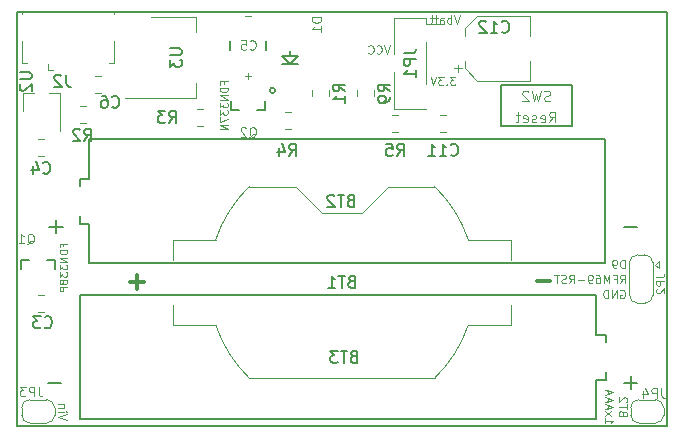
<source format=gbr>
%TF.GenerationSoftware,KiCad,Pcbnew,5.0.2-bee76a0~70~ubuntu18.04.1*%
%TF.CreationDate,2020-02-09T18:50:43+01:00*%
%TF.ProjectId,Mini-BT-Pcb-328P,4d696e69-2d42-4542-9d50-63622d333238,2.0*%
%TF.SameCoordinates,Original*%
%TF.FileFunction,Legend,Bot*%
%TF.FilePolarity,Positive*%
%FSLAX46Y46*%
G04 Gerber Fmt 4.6, Leading zero omitted, Abs format (unit mm)*
G04 Created by KiCad (PCBNEW 5.0.2-bee76a0~70~ubuntu18.04.1) date dom 09 feb 2020 18:50:43 CET*
%MOMM*%
%LPD*%
G01*
G04 APERTURE LIST*
%ADD10C,0.100000*%
%ADD11C,0.300000*%
%ADD12C,0.150000*%
%ADD13C,0.120000*%
%ADD14C,0.127000*%
%ADD15C,0.203200*%
%ADD16C,0.050000*%
%ADD17C,0.200000*%
G04 APERTURE END LIST*
D10*
X183378000Y-107357000D02*
X183344666Y-107257000D01*
X183311333Y-107223666D01*
X183244666Y-107190333D01*
X183144666Y-107190333D01*
X183078000Y-107223666D01*
X183044666Y-107257000D01*
X183011333Y-107323666D01*
X183011333Y-107590333D01*
X183711333Y-107590333D01*
X183711333Y-107357000D01*
X183678000Y-107290333D01*
X183644666Y-107257000D01*
X183578000Y-107223666D01*
X183511333Y-107223666D01*
X183444666Y-107257000D01*
X183411333Y-107290333D01*
X183378000Y-107357000D01*
X183378000Y-107590333D01*
X183711333Y-106990333D02*
X183711333Y-106590333D01*
X183011333Y-106790333D02*
X183711333Y-106790333D01*
X183644666Y-106390333D02*
X183678000Y-106357000D01*
X183711333Y-106290333D01*
X183711333Y-106123666D01*
X183678000Y-106057000D01*
X183644666Y-106023666D01*
X183578000Y-105990333D01*
X183511333Y-105990333D01*
X183411333Y-106023666D01*
X183011333Y-106423666D01*
X183011333Y-105990333D01*
X181861333Y-107790333D02*
X181861333Y-108190333D01*
X181861333Y-107990333D02*
X182561333Y-107990333D01*
X182461333Y-108057000D01*
X182394666Y-108123666D01*
X182361333Y-108190333D01*
X181861333Y-107557000D02*
X182328000Y-107190333D01*
X182328000Y-107557000D02*
X181861333Y-107190333D01*
X182061333Y-106957000D02*
X182061333Y-106623666D01*
X181861333Y-107023666D02*
X182561333Y-106790333D01*
X181861333Y-106557000D01*
X182061333Y-106357000D02*
X182061333Y-106023666D01*
X181861333Y-106423666D02*
X182561333Y-106190333D01*
X181861333Y-105957000D01*
X182061333Y-105757000D02*
X182061333Y-105423666D01*
X181861333Y-105823666D02*
X182561333Y-105590333D01*
X181861333Y-105357000D01*
X136273333Y-107904666D02*
X135573333Y-107671333D01*
X136273333Y-107438000D01*
X135573333Y-107204666D02*
X136040000Y-107204666D01*
X136273333Y-107204666D02*
X136240000Y-107238000D01*
X136206666Y-107204666D01*
X136240000Y-107171333D01*
X136273333Y-107204666D01*
X136206666Y-107204666D01*
X136040000Y-106871333D02*
X135573333Y-106871333D01*
X135973333Y-106871333D02*
X136006666Y-106838000D01*
X136040000Y-106771333D01*
X136040000Y-106671333D01*
X136006666Y-106604666D01*
X135940000Y-106571333D01*
X135573333Y-106571333D01*
X183159333Y-96932000D02*
X183226000Y-96898666D01*
X183326000Y-96898666D01*
X183426000Y-96932000D01*
X183492666Y-96998666D01*
X183526000Y-97065333D01*
X183559333Y-97198666D01*
X183559333Y-97298666D01*
X183526000Y-97432000D01*
X183492666Y-97498666D01*
X183426000Y-97565333D01*
X183326000Y-97598666D01*
X183259333Y-97598666D01*
X183159333Y-97565333D01*
X183126000Y-97532000D01*
X183126000Y-97298666D01*
X183259333Y-97298666D01*
X182826000Y-97598666D02*
X182826000Y-96898666D01*
X182426000Y-97598666D01*
X182426000Y-96898666D01*
X182092666Y-97598666D02*
X182092666Y-96898666D01*
X181926000Y-96898666D01*
X181826000Y-96932000D01*
X181759333Y-96998666D01*
X181726000Y-97065333D01*
X181692666Y-97198666D01*
X181692666Y-97298666D01*
X181726000Y-97432000D01*
X181759333Y-97498666D01*
X181826000Y-97565333D01*
X181926000Y-97598666D01*
X182092666Y-97598666D01*
X183127333Y-96328666D02*
X183360666Y-95995333D01*
X183527333Y-96328666D02*
X183527333Y-95628666D01*
X183260666Y-95628666D01*
X183194000Y-95662000D01*
X183160666Y-95695333D01*
X183127333Y-95762000D01*
X183127333Y-95862000D01*
X183160666Y-95928666D01*
X183194000Y-95962000D01*
X183260666Y-95995333D01*
X183527333Y-95995333D01*
X182594000Y-95962000D02*
X182827333Y-95962000D01*
X182827333Y-96328666D02*
X182827333Y-95628666D01*
X182494000Y-95628666D01*
X182227333Y-96328666D02*
X182227333Y-95628666D01*
X181994000Y-96128666D01*
X181760666Y-95628666D01*
X181760666Y-96328666D01*
X181127333Y-95628666D02*
X181260666Y-95628666D01*
X181327333Y-95662000D01*
X181360666Y-95695333D01*
X181427333Y-95795333D01*
X181460666Y-95928666D01*
X181460666Y-96195333D01*
X181427333Y-96262000D01*
X181394000Y-96295333D01*
X181327333Y-96328666D01*
X181194000Y-96328666D01*
X181127333Y-96295333D01*
X181094000Y-96262000D01*
X181060666Y-96195333D01*
X181060666Y-96028666D01*
X181094000Y-95962000D01*
X181127333Y-95928666D01*
X181194000Y-95895333D01*
X181327333Y-95895333D01*
X181394000Y-95928666D01*
X181427333Y-95962000D01*
X181460666Y-96028666D01*
X180727333Y-96328666D02*
X180594000Y-96328666D01*
X180527333Y-96295333D01*
X180494000Y-96262000D01*
X180427333Y-96162000D01*
X180394000Y-96028666D01*
X180394000Y-95762000D01*
X180427333Y-95695333D01*
X180460666Y-95662000D01*
X180527333Y-95628666D01*
X180660666Y-95628666D01*
X180727333Y-95662000D01*
X180760666Y-95695333D01*
X180794000Y-95762000D01*
X180794000Y-95928666D01*
X180760666Y-95995333D01*
X180727333Y-96028666D01*
X180660666Y-96062000D01*
X180527333Y-96062000D01*
X180460666Y-96028666D01*
X180427333Y-95995333D01*
X180394000Y-95928666D01*
X180094000Y-96062000D02*
X179560666Y-96062000D01*
X178827333Y-96328666D02*
X179060666Y-95995333D01*
X179227333Y-96328666D02*
X179227333Y-95628666D01*
X178960666Y-95628666D01*
X178894000Y-95662000D01*
X178860666Y-95695333D01*
X178827333Y-95762000D01*
X178827333Y-95862000D01*
X178860666Y-95928666D01*
X178894000Y-95962000D01*
X178960666Y-95995333D01*
X179227333Y-95995333D01*
X178560666Y-96295333D02*
X178460666Y-96328666D01*
X178294000Y-96328666D01*
X178227333Y-96295333D01*
X178194000Y-96262000D01*
X178160666Y-96195333D01*
X178160666Y-96128666D01*
X178194000Y-96062000D01*
X178227333Y-96028666D01*
X178294000Y-95995333D01*
X178427333Y-95962000D01*
X178494000Y-95928666D01*
X178527333Y-95895333D01*
X178560666Y-95828666D01*
X178560666Y-95762000D01*
X178527333Y-95695333D01*
X178494000Y-95662000D01*
X178427333Y-95628666D01*
X178260666Y-95628666D01*
X178160666Y-95662000D01*
X177960666Y-95628666D02*
X177560666Y-95628666D01*
X177760666Y-96328666D02*
X177760666Y-95628666D01*
X183523666Y-95058666D02*
X183523666Y-94358666D01*
X183357000Y-94358666D01*
X183257000Y-94392000D01*
X183190333Y-94458666D01*
X183157000Y-94525333D01*
X183123666Y-94658666D01*
X183123666Y-94758666D01*
X183157000Y-94892000D01*
X183190333Y-94958666D01*
X183257000Y-95025333D01*
X183357000Y-95058666D01*
X183523666Y-95058666D01*
X182790333Y-95058666D02*
X182657000Y-95058666D01*
X182590333Y-95025333D01*
X182557000Y-94992000D01*
X182490333Y-94892000D01*
X182457000Y-94758666D01*
X182457000Y-94492000D01*
X182490333Y-94425333D01*
X182523666Y-94392000D01*
X182590333Y-94358666D01*
X182723666Y-94358666D01*
X182790333Y-94392000D01*
X182823666Y-94425333D01*
X182857000Y-94492000D01*
X182857000Y-94658666D01*
X182823666Y-94725333D01*
X182790333Y-94758666D01*
X182723666Y-94792000D01*
X182590333Y-94792000D01*
X182523666Y-94758666D01*
X182490333Y-94725333D01*
X182457000Y-94658666D01*
X151904666Y-73710000D02*
X151371333Y-73710000D01*
X151904666Y-78790000D02*
X151371333Y-78790000D01*
X151638000Y-79056666D02*
X151638000Y-78523333D01*
X163620333Y-76197666D02*
X163387000Y-76897666D01*
X163153666Y-76197666D01*
X162520333Y-76831000D02*
X162553666Y-76864333D01*
X162653666Y-76897666D01*
X162720333Y-76897666D01*
X162820333Y-76864333D01*
X162887000Y-76797666D01*
X162920333Y-76731000D01*
X162953666Y-76597666D01*
X162953666Y-76497666D01*
X162920333Y-76364333D01*
X162887000Y-76297666D01*
X162820333Y-76231000D01*
X162720333Y-76197666D01*
X162653666Y-76197666D01*
X162553666Y-76231000D01*
X162520333Y-76264333D01*
X161820333Y-76831000D02*
X161853666Y-76864333D01*
X161953666Y-76897666D01*
X162020333Y-76897666D01*
X162120333Y-76864333D01*
X162187000Y-76797666D01*
X162220333Y-76731000D01*
X162253666Y-76597666D01*
X162253666Y-76497666D01*
X162220333Y-76364333D01*
X162187000Y-76297666D01*
X162120333Y-76231000D01*
X162020333Y-76197666D01*
X161953666Y-76197666D01*
X161853666Y-76231000D01*
X161820333Y-76264333D01*
X169181333Y-78864666D02*
X168748000Y-78864666D01*
X168981333Y-79131333D01*
X168881333Y-79131333D01*
X168814666Y-79164666D01*
X168781333Y-79198000D01*
X168748000Y-79264666D01*
X168748000Y-79431333D01*
X168781333Y-79498000D01*
X168814666Y-79531333D01*
X168881333Y-79564666D01*
X169081333Y-79564666D01*
X169148000Y-79531333D01*
X169181333Y-79498000D01*
X168448000Y-79498000D02*
X168414666Y-79531333D01*
X168448000Y-79564666D01*
X168481333Y-79531333D01*
X168448000Y-79498000D01*
X168448000Y-79564666D01*
X168181333Y-78864666D02*
X167748000Y-78864666D01*
X167981333Y-79131333D01*
X167881333Y-79131333D01*
X167814666Y-79164666D01*
X167781333Y-79198000D01*
X167748000Y-79264666D01*
X167748000Y-79431333D01*
X167781333Y-79498000D01*
X167814666Y-79531333D01*
X167881333Y-79564666D01*
X168081333Y-79564666D01*
X168148000Y-79531333D01*
X168181333Y-79498000D01*
X167548000Y-78864666D02*
X167314666Y-79564666D01*
X167081333Y-78864666D01*
X169541666Y-73657666D02*
X169308333Y-74357666D01*
X169075000Y-73657666D01*
X168841666Y-74357666D02*
X168841666Y-73657666D01*
X168841666Y-73924333D02*
X168775000Y-73891000D01*
X168641666Y-73891000D01*
X168575000Y-73924333D01*
X168541666Y-73957666D01*
X168508333Y-74024333D01*
X168508333Y-74224333D01*
X168541666Y-74291000D01*
X168575000Y-74324333D01*
X168641666Y-74357666D01*
X168775000Y-74357666D01*
X168841666Y-74324333D01*
X167908333Y-74357666D02*
X167908333Y-73991000D01*
X167941666Y-73924333D01*
X168008333Y-73891000D01*
X168141666Y-73891000D01*
X168208333Y-73924333D01*
X167908333Y-74324333D02*
X167975000Y-74357666D01*
X168141666Y-74357666D01*
X168208333Y-74324333D01*
X168241666Y-74257666D01*
X168241666Y-74191000D01*
X168208333Y-74124333D01*
X168141666Y-74091000D01*
X167975000Y-74091000D01*
X167908333Y-74057666D01*
X167675000Y-73891000D02*
X167408333Y-73891000D01*
X167575000Y-73657666D02*
X167575000Y-74257666D01*
X167541666Y-74324333D01*
X167475000Y-74357666D01*
X167408333Y-74357666D01*
X167275000Y-73891000D02*
X167008333Y-73891000D01*
X167175000Y-73657666D02*
X167175000Y-74257666D01*
X167141666Y-74324333D01*
X167075000Y-74357666D01*
X167008333Y-74357666D01*
D11*
X177228428Y-96119142D02*
X176085571Y-96119142D01*
X142811428Y-96246142D02*
X141668571Y-96246142D01*
X142240000Y-96817571D02*
X142240000Y-95674714D01*
D12*
X132080000Y-108406000D02*
X132080000Y-73406000D01*
X187080000Y-108406000D02*
X132080000Y-108406000D01*
X187080000Y-73406000D02*
X187080000Y-108406000D01*
X132080000Y-73406000D02*
X187080000Y-73406000D01*
D13*
X184720000Y-106188000D02*
G75*
G03X184020000Y-106888000I0J-700000D01*
G01*
X184020000Y-107488000D02*
G75*
G03X184720000Y-108188000I700000J0D01*
G01*
X186120000Y-108188000D02*
G75*
G03X186820000Y-107488000I0J700000D01*
G01*
X186820000Y-106888000D02*
G75*
G03X186120000Y-106188000I-700000J0D01*
G01*
X186820000Y-107488000D02*
X186820000Y-106888000D01*
X184720000Y-108188000D02*
X186120000Y-108188000D01*
X184020000Y-106888000D02*
X184020000Y-107488000D01*
X186120000Y-106188000D02*
X184720000Y-106188000D01*
D14*
X179022000Y-79530000D02*
X179022000Y-83030000D01*
X179022000Y-83030000D02*
X173022000Y-83030000D01*
X173022000Y-83030000D02*
X173022000Y-79530000D01*
X173022000Y-79530000D02*
X179022000Y-79530000D01*
D13*
X175480000Y-73694000D02*
X175480000Y-75394000D01*
X175480000Y-79214000D02*
X175480000Y-77514000D01*
X171024437Y-79214000D02*
X175480000Y-79214000D01*
X171024437Y-73694000D02*
X175480000Y-73694000D01*
X169960000Y-74758437D02*
X169960000Y-75394000D01*
X169960000Y-78149563D02*
X169960000Y-77514000D01*
X169960000Y-78149563D02*
X171024437Y-79214000D01*
X169960000Y-74758437D02*
X171024437Y-73694000D01*
X169095000Y-78139000D02*
X169720000Y-78139000D01*
X169407500Y-78451500D02*
X169407500Y-77826500D01*
X133158000Y-106188000D02*
G75*
G03X132458000Y-106888000I0J-700000D01*
G01*
X132458000Y-107488000D02*
G75*
G03X133158000Y-108188000I700000J0D01*
G01*
X134558000Y-108188000D02*
G75*
G03X135258000Y-107488000I0J700000D01*
G01*
X135258000Y-106888000D02*
G75*
G03X134558000Y-106188000I-700000J0D01*
G01*
X135258000Y-107488000D02*
X135258000Y-106888000D01*
X133158000Y-108188000D02*
X134558000Y-108188000D01*
X132458000Y-106888000D02*
X132458000Y-107488000D01*
X134558000Y-106188000D02*
X133158000Y-106188000D01*
X186112000Y-94782000D02*
X186412000Y-95082000D01*
X186412000Y-94482000D02*
X186412000Y-95082000D01*
X186112000Y-94782000D02*
X186412000Y-94482000D01*
X185212000Y-93932000D02*
X184612000Y-93932000D01*
X185912000Y-97382000D02*
X185912000Y-94582000D01*
X184612000Y-98032000D02*
X185212000Y-98032000D01*
X183912000Y-94582000D02*
X183912000Y-97382000D01*
X183912000Y-97332000D02*
G75*
G03X184612000Y-98032000I700000J0D01*
G01*
X185212000Y-98032000D02*
G75*
G03X185912000Y-97332000I0J700000D01*
G01*
X185912000Y-94632000D02*
G75*
G03X185212000Y-93932000I-700000J0D01*
G01*
X184612000Y-93932000D02*
G75*
G03X183912000Y-94632000I0J-700000D01*
G01*
X151734630Y-88154211D02*
G75*
G03X148888000Y-92656000I7845370J-8111789D01*
G01*
X167425370Y-104377789D02*
G75*
G03X170272000Y-99876000I-7845370J8111789D01*
G01*
X167425370Y-88154211D02*
G75*
G02X170272000Y-92656000I-7845370J-8111789D01*
G01*
X151734630Y-104377789D02*
G75*
G02X148888000Y-99876000I7845370J8111789D01*
G01*
X145270000Y-94366000D02*
X145270000Y-92656000D01*
X148888000Y-92656000D02*
X145270000Y-92656000D01*
X155720000Y-88156000D02*
X151732700Y-88156000D01*
X157920000Y-90356000D02*
X155720000Y-88156000D01*
X161240000Y-90356000D02*
X157920000Y-90356000D01*
X161240000Y-90356000D02*
X163440000Y-88156000D01*
X167427300Y-88156000D02*
X163440000Y-88156000D01*
X173890000Y-94366000D02*
X173890000Y-92656000D01*
X173890000Y-92656000D02*
X170272000Y-92656000D01*
X170272000Y-99876000D02*
X173890000Y-99876000D01*
X173890000Y-98166000D02*
X173890000Y-99876000D01*
X151732700Y-104376000D02*
X167427300Y-104376000D01*
X145270000Y-98166000D02*
X145270000Y-99876000D01*
X145270000Y-99876000D02*
X148888000Y-99876000D01*
D14*
X153138000Y-76570000D02*
X153138000Y-75830000D01*
X150138000Y-76570000D02*
X150138000Y-75830000D01*
D13*
X134370578Y-98754000D02*
X133853422Y-98754000D01*
X134370578Y-97334000D02*
X133853422Y-97334000D01*
X138679422Y-80212000D02*
X139196578Y-80212000D01*
X138679422Y-78792000D02*
X139196578Y-78792000D01*
X133853422Y-84126000D02*
X134370578Y-84126000D01*
X133853422Y-85546000D02*
X134370578Y-85546000D01*
X168406578Y-82094000D02*
X167889422Y-82094000D01*
X168406578Y-83514000D02*
X167889422Y-83514000D01*
X166684000Y-73854000D02*
X164024000Y-73854000D01*
X166684000Y-81594000D02*
X164024000Y-81594000D01*
X164024000Y-73854000D02*
X164024000Y-76964000D01*
X166684000Y-74424000D02*
X168204000Y-74424000D01*
X166684000Y-73854000D02*
X166684000Y-74424000D01*
X164024000Y-81024000D02*
X164024000Y-81594000D01*
X164024000Y-78484000D02*
X164024000Y-81594000D01*
X166684000Y-75944000D02*
X166684000Y-79504000D01*
X132498000Y-77708500D02*
X132948000Y-77708500D01*
X132498000Y-75858500D02*
X132498000Y-77708500D01*
X140298000Y-73308500D02*
X140298000Y-73558500D01*
X132498000Y-73308500D02*
X132498000Y-73558500D01*
X140298000Y-75858500D02*
X140298000Y-77708500D01*
X140298000Y-77708500D02*
X139848000Y-77708500D01*
X134698000Y-78258500D02*
X135148000Y-78258500D01*
X134698000Y-78258500D02*
X134698000Y-77808500D01*
D15*
X150215600Y-80873600D02*
X150215600Y-81686400D01*
X150215600Y-81686400D02*
X150874400Y-81686400D01*
X153060400Y-81686400D02*
X153060400Y-80873600D01*
X152401600Y-81686400D02*
X153060400Y-81686400D01*
X135280400Y-95148400D02*
X135280400Y-94335600D01*
X135280400Y-94335600D02*
X134621600Y-94335600D01*
X132435600Y-94335600D02*
X132435600Y-95148400D01*
X133094400Y-94335600D02*
X132435600Y-94335600D01*
D13*
X147198000Y-73806000D02*
X147198000Y-75066000D01*
X147198000Y-80626000D02*
X147198000Y-79366000D01*
X143438000Y-73806000D02*
X147198000Y-73806000D01*
X141188000Y-80626000D02*
X147198000Y-80626000D01*
X132532000Y-80266000D02*
X133462000Y-80266000D01*
X135692000Y-80266000D02*
X134762000Y-80266000D01*
X135692000Y-80266000D02*
X135692000Y-83426000D01*
X132532000Y-80266000D02*
X132532000Y-81726000D01*
X158444000Y-80005422D02*
X158444000Y-80522578D01*
X157024000Y-80005422D02*
X157024000Y-80522578D01*
X160834000Y-80522578D02*
X160834000Y-80005422D01*
X162254000Y-80522578D02*
X162254000Y-80005422D01*
X137926578Y-81332000D02*
X137409422Y-81332000D01*
X137926578Y-82752000D02*
X137409422Y-82752000D01*
X147315422Y-81586000D02*
X147832578Y-81586000D01*
X147315422Y-83006000D02*
X147832578Y-83006000D01*
X154759922Y-83260000D02*
X155277078Y-83260000D01*
X154759922Y-81840000D02*
X155277078Y-81840000D01*
X164342578Y-82094000D02*
X163825422Y-82094000D01*
X164342578Y-83514000D02*
X163825422Y-83514000D01*
D12*
X181114000Y-97409000D02*
X181114000Y-100711000D01*
X181114000Y-107823000D02*
X181114000Y-104521000D01*
X181914000Y-100716000D02*
X181914000Y-101346000D01*
X181914000Y-104516000D02*
X181914000Y-103886000D01*
X181114000Y-100716000D02*
X181914000Y-100716000D01*
X181114000Y-104516000D02*
X181914000Y-104516000D01*
X137414000Y-107866000D02*
X181114000Y-107866000D01*
X137414000Y-97366000D02*
X181114000Y-97366000D01*
X137414000Y-107866000D02*
X137414000Y-97366000D01*
X138164000Y-94615000D02*
X138164000Y-91313000D01*
X138164000Y-84201000D02*
X138164000Y-87503000D01*
X137364000Y-91308000D02*
X137364000Y-90678000D01*
X137364000Y-87508000D02*
X137364000Y-88138000D01*
X138164000Y-91308000D02*
X137364000Y-91308000D01*
X138164000Y-87508000D02*
X137364000Y-87508000D01*
X181864000Y-84158000D02*
X138164000Y-84158000D01*
X181864000Y-94658000D02*
X138164000Y-94658000D01*
X181864000Y-84158000D02*
X181864000Y-94658000D01*
D14*
X153917610Y-80016000D02*
G75*
G03X153917610Y-80016000I-223610J0D01*
G01*
X154494000Y-77816000D02*
X155194000Y-77816000D01*
X155194000Y-77816000D02*
X155894000Y-77816000D01*
X155194000Y-77816000D02*
X154494000Y-77116000D01*
X155194000Y-77816000D02*
X155894000Y-77116000D01*
X155894000Y-77116000D02*
X155194000Y-77116000D01*
X155194000Y-77116000D02*
X154494000Y-77116000D01*
X155194000Y-77116000D02*
X155194000Y-76643000D01*
D13*
X186594666Y-105225904D02*
X186594666Y-105797333D01*
X186632761Y-105911619D01*
X186708952Y-105987809D01*
X186823238Y-106025904D01*
X186899428Y-106025904D01*
X186213714Y-106025904D02*
X186213714Y-105225904D01*
X185908952Y-105225904D01*
X185832761Y-105264000D01*
X185794666Y-105302095D01*
X185756571Y-105378285D01*
X185756571Y-105492571D01*
X185794666Y-105568761D01*
X185832761Y-105606857D01*
X185908952Y-105644952D01*
X186213714Y-105644952D01*
X185070857Y-105492571D02*
X185070857Y-106025904D01*
X185261333Y-105187809D02*
X185451809Y-105759238D01*
X184956571Y-105759238D01*
D16*
X177206566Y-80877600D02*
X177079648Y-80919906D01*
X176868119Y-80919906D01*
X176783507Y-80877600D01*
X176741201Y-80835294D01*
X176698895Y-80750682D01*
X176698895Y-80666070D01*
X176741201Y-80581458D01*
X176783507Y-80539152D01*
X176868119Y-80496847D01*
X177037342Y-80454541D01*
X177121954Y-80412235D01*
X177164260Y-80369929D01*
X177206566Y-80285317D01*
X177206566Y-80200705D01*
X177164260Y-80116093D01*
X177121954Y-80073787D01*
X177037342Y-80031481D01*
X176825813Y-80031481D01*
X176698895Y-80073787D01*
X176402753Y-80031481D02*
X176191223Y-80919906D01*
X176022000Y-80285317D01*
X175852776Y-80919906D01*
X175641246Y-80031481D01*
X175345104Y-80116093D02*
X175302798Y-80073787D01*
X175218186Y-80031481D01*
X175006657Y-80031481D01*
X174922045Y-80073787D01*
X174879739Y-80116093D01*
X174837433Y-80200705D01*
X174837433Y-80285317D01*
X174879739Y-80412235D01*
X175387410Y-80919906D01*
X174837433Y-80919906D01*
X177120922Y-82697529D02*
X177416785Y-82274866D01*
X177628117Y-82697529D02*
X177628117Y-81809938D01*
X177289987Y-81809938D01*
X177205454Y-81852204D01*
X177163188Y-81894470D01*
X177120922Y-81979003D01*
X177120922Y-82105801D01*
X177163188Y-82190334D01*
X177205454Y-82232600D01*
X177289987Y-82274866D01*
X177628117Y-82274866D01*
X176402396Y-82655263D02*
X176486928Y-82697529D01*
X176655993Y-82697529D01*
X176740526Y-82655263D01*
X176782792Y-82570730D01*
X176782792Y-82232600D01*
X176740526Y-82148068D01*
X176655993Y-82105801D01*
X176486928Y-82105801D01*
X176402396Y-82148068D01*
X176360129Y-82232600D01*
X176360129Y-82317133D01*
X176782792Y-82401665D01*
X176022000Y-82655263D02*
X175937467Y-82697529D01*
X175768402Y-82697529D01*
X175683870Y-82655263D01*
X175641603Y-82570730D01*
X175641603Y-82528464D01*
X175683870Y-82443931D01*
X175768402Y-82401665D01*
X175895201Y-82401665D01*
X175979733Y-82359399D01*
X176022000Y-82274866D01*
X176022000Y-82232600D01*
X175979733Y-82148068D01*
X175895201Y-82105801D01*
X175768402Y-82105801D01*
X175683870Y-82148068D01*
X174923077Y-82655263D02*
X175007610Y-82697529D01*
X175176675Y-82697529D01*
X175261207Y-82655263D01*
X175303473Y-82570730D01*
X175303473Y-82232600D01*
X175261207Y-82148068D01*
X175176675Y-82105801D01*
X175007610Y-82105801D01*
X174923077Y-82148068D01*
X174880811Y-82232600D01*
X174880811Y-82317133D01*
X175303473Y-82401665D01*
X174627214Y-82105801D02*
X174289084Y-82105801D01*
X174500415Y-81809938D02*
X174500415Y-82570730D01*
X174458149Y-82655263D01*
X174373616Y-82697529D01*
X174289084Y-82697529D01*
D12*
X173108857Y-75033142D02*
X173156476Y-75080761D01*
X173299333Y-75128380D01*
X173394571Y-75128380D01*
X173537428Y-75080761D01*
X173632666Y-74985523D01*
X173680285Y-74890285D01*
X173727904Y-74699809D01*
X173727904Y-74556952D01*
X173680285Y-74366476D01*
X173632666Y-74271238D01*
X173537428Y-74176000D01*
X173394571Y-74128380D01*
X173299333Y-74128380D01*
X173156476Y-74176000D01*
X173108857Y-74223619D01*
X172156476Y-75128380D02*
X172727904Y-75128380D01*
X172442190Y-75128380D02*
X172442190Y-74128380D01*
X172537428Y-74271238D01*
X172632666Y-74366476D01*
X172727904Y-74414095D01*
X171775523Y-74223619D02*
X171727904Y-74176000D01*
X171632666Y-74128380D01*
X171394571Y-74128380D01*
X171299333Y-74176000D01*
X171251714Y-74223619D01*
X171204095Y-74318857D01*
X171204095Y-74414095D01*
X171251714Y-74556952D01*
X171823142Y-75128380D01*
X171204095Y-75128380D01*
D13*
X133889666Y-105098904D02*
X133889666Y-105670333D01*
X133927761Y-105784619D01*
X134003952Y-105860809D01*
X134118238Y-105898904D01*
X134194428Y-105898904D01*
X133508714Y-105898904D02*
X133508714Y-105098904D01*
X133203952Y-105098904D01*
X133127761Y-105137000D01*
X133089666Y-105175095D01*
X133051571Y-105251285D01*
X133051571Y-105365571D01*
X133089666Y-105441761D01*
X133127761Y-105479857D01*
X133203952Y-105517952D01*
X133508714Y-105517952D01*
X132784904Y-105098904D02*
X132289666Y-105098904D01*
X132556333Y-105403666D01*
X132442047Y-105403666D01*
X132365857Y-105441761D01*
X132327761Y-105479857D01*
X132289666Y-105556047D01*
X132289666Y-105746523D01*
X132327761Y-105822714D01*
X132365857Y-105860809D01*
X132442047Y-105898904D01*
X132670619Y-105898904D01*
X132746809Y-105860809D01*
X132784904Y-105822714D01*
X186179666Y-95809666D02*
X186679666Y-95809666D01*
X186779666Y-95776333D01*
X186846333Y-95709666D01*
X186879666Y-95609666D01*
X186879666Y-95543000D01*
X186879666Y-96143000D02*
X186179666Y-96143000D01*
X186179666Y-96409666D01*
X186213000Y-96476333D01*
X186246333Y-96509666D01*
X186313000Y-96543000D01*
X186413000Y-96543000D01*
X186479666Y-96509666D01*
X186513000Y-96476333D01*
X186546333Y-96409666D01*
X186546333Y-96143000D01*
X186246333Y-96809666D02*
X186213000Y-96843000D01*
X186179666Y-96909666D01*
X186179666Y-97076333D01*
X186213000Y-97143000D01*
X186246333Y-97176333D01*
X186313000Y-97209666D01*
X186379666Y-97209666D01*
X186479666Y-97176333D01*
X186879666Y-96776333D01*
X186879666Y-97209666D01*
D12*
X160365714Y-96194571D02*
X160222857Y-96242190D01*
X160175238Y-96289809D01*
X160127619Y-96385047D01*
X160127619Y-96527904D01*
X160175238Y-96623142D01*
X160222857Y-96670761D01*
X160318095Y-96718380D01*
X160699047Y-96718380D01*
X160699047Y-95718380D01*
X160365714Y-95718380D01*
X160270476Y-95766000D01*
X160222857Y-95813619D01*
X160175238Y-95908857D01*
X160175238Y-96004095D01*
X160222857Y-96099333D01*
X160270476Y-96146952D01*
X160365714Y-96194571D01*
X160699047Y-96194571D01*
X159841904Y-95718380D02*
X159270476Y-95718380D01*
X159556190Y-96718380D02*
X159556190Y-95718380D01*
X158413333Y-96718380D02*
X158984761Y-96718380D01*
X158699047Y-96718380D02*
X158699047Y-95718380D01*
X158794285Y-95861238D01*
X158889523Y-95956476D01*
X158984761Y-96004095D01*
D10*
X151771333Y-76485714D02*
X151809428Y-76523809D01*
X151923714Y-76561904D01*
X151999904Y-76561904D01*
X152114190Y-76523809D01*
X152190380Y-76447619D01*
X152228476Y-76371428D01*
X152266571Y-76219047D01*
X152266571Y-76104761D01*
X152228476Y-75952380D01*
X152190380Y-75876190D01*
X152114190Y-75800000D01*
X151999904Y-75761904D01*
X151923714Y-75761904D01*
X151809428Y-75800000D01*
X151771333Y-75838095D01*
X151047523Y-75761904D02*
X151428476Y-75761904D01*
X151466571Y-76142857D01*
X151428476Y-76104761D01*
X151352285Y-76066666D01*
X151161809Y-76066666D01*
X151085619Y-76104761D01*
X151047523Y-76142857D01*
X151009428Y-76219047D01*
X151009428Y-76409523D01*
X151047523Y-76485714D01*
X151085619Y-76523809D01*
X151161809Y-76561904D01*
X151352285Y-76561904D01*
X151428476Y-76523809D01*
X151466571Y-76485714D01*
D12*
X134405666Y-100052142D02*
X134453285Y-100099761D01*
X134596142Y-100147380D01*
X134691380Y-100147380D01*
X134834238Y-100099761D01*
X134929476Y-100004523D01*
X134977095Y-99909285D01*
X135024714Y-99718809D01*
X135024714Y-99575952D01*
X134977095Y-99385476D01*
X134929476Y-99290238D01*
X134834238Y-99195000D01*
X134691380Y-99147380D01*
X134596142Y-99147380D01*
X134453285Y-99195000D01*
X134405666Y-99242619D01*
X134072333Y-99147380D02*
X133453285Y-99147380D01*
X133786619Y-99528333D01*
X133643761Y-99528333D01*
X133548523Y-99575952D01*
X133500904Y-99623571D01*
X133453285Y-99718809D01*
X133453285Y-99956904D01*
X133500904Y-100052142D01*
X133548523Y-100099761D01*
X133643761Y-100147380D01*
X133929476Y-100147380D01*
X134024714Y-100099761D01*
X134072333Y-100052142D01*
X140120666Y-81383142D02*
X140168285Y-81430761D01*
X140311142Y-81478380D01*
X140406380Y-81478380D01*
X140549238Y-81430761D01*
X140644476Y-81335523D01*
X140692095Y-81240285D01*
X140739714Y-81049809D01*
X140739714Y-80906952D01*
X140692095Y-80716476D01*
X140644476Y-80621238D01*
X140549238Y-80526000D01*
X140406380Y-80478380D01*
X140311142Y-80478380D01*
X140168285Y-80526000D01*
X140120666Y-80573619D01*
X139263523Y-80478380D02*
X139454000Y-80478380D01*
X139549238Y-80526000D01*
X139596857Y-80573619D01*
X139692095Y-80716476D01*
X139739714Y-80906952D01*
X139739714Y-81287904D01*
X139692095Y-81383142D01*
X139644476Y-81430761D01*
X139549238Y-81478380D01*
X139358761Y-81478380D01*
X139263523Y-81430761D01*
X139215904Y-81383142D01*
X139168285Y-81287904D01*
X139168285Y-81049809D01*
X139215904Y-80954571D01*
X139263523Y-80906952D01*
X139358761Y-80859333D01*
X139549238Y-80859333D01*
X139644476Y-80906952D01*
X139692095Y-80954571D01*
X139739714Y-81049809D01*
X134278666Y-86971142D02*
X134326285Y-87018761D01*
X134469142Y-87066380D01*
X134564380Y-87066380D01*
X134707238Y-87018761D01*
X134802476Y-86923523D01*
X134850095Y-86828285D01*
X134897714Y-86637809D01*
X134897714Y-86494952D01*
X134850095Y-86304476D01*
X134802476Y-86209238D01*
X134707238Y-86114000D01*
X134564380Y-86066380D01*
X134469142Y-86066380D01*
X134326285Y-86114000D01*
X134278666Y-86161619D01*
X133421523Y-86399714D02*
X133421523Y-87066380D01*
X133659619Y-86018761D02*
X133897714Y-86733047D01*
X133278666Y-86733047D01*
X168790857Y-85447142D02*
X168838476Y-85494761D01*
X168981333Y-85542380D01*
X169076571Y-85542380D01*
X169219428Y-85494761D01*
X169314666Y-85399523D01*
X169362285Y-85304285D01*
X169409904Y-85113809D01*
X169409904Y-84970952D01*
X169362285Y-84780476D01*
X169314666Y-84685238D01*
X169219428Y-84590000D01*
X169076571Y-84542380D01*
X168981333Y-84542380D01*
X168838476Y-84590000D01*
X168790857Y-84637619D01*
X167838476Y-85542380D02*
X168409904Y-85542380D01*
X168124190Y-85542380D02*
X168124190Y-84542380D01*
X168219428Y-84685238D01*
X168314666Y-84780476D01*
X168409904Y-84828095D01*
X166886095Y-85542380D02*
X167457523Y-85542380D01*
X167171809Y-85542380D02*
X167171809Y-84542380D01*
X167267047Y-84685238D01*
X167362285Y-84780476D01*
X167457523Y-84828095D01*
X164806380Y-76890666D02*
X165520666Y-76890666D01*
X165663523Y-76843047D01*
X165758761Y-76747809D01*
X165806380Y-76604952D01*
X165806380Y-76509714D01*
X165806380Y-77366857D02*
X164806380Y-77366857D01*
X164806380Y-77747809D01*
X164854000Y-77843047D01*
X164901619Y-77890666D01*
X164996857Y-77938285D01*
X165139714Y-77938285D01*
X165234952Y-77890666D01*
X165282571Y-77843047D01*
X165330190Y-77747809D01*
X165330190Y-77366857D01*
X165806380Y-78890666D02*
X165806380Y-78319238D01*
X165806380Y-78604952D02*
X164806380Y-78604952D01*
X164949238Y-78509714D01*
X165044476Y-78414476D01*
X165092095Y-78319238D01*
X136223333Y-78700380D02*
X136223333Y-79414666D01*
X136270952Y-79557523D01*
X136366190Y-79652761D01*
X136509047Y-79700380D01*
X136604285Y-79700380D01*
X135794761Y-78795619D02*
X135747142Y-78748000D01*
X135651904Y-78700380D01*
X135413809Y-78700380D01*
X135318571Y-78748000D01*
X135270952Y-78795619D01*
X135223333Y-78890857D01*
X135223333Y-78986095D01*
X135270952Y-79128952D01*
X135842380Y-79700380D01*
X135223333Y-79700380D01*
D16*
X151714219Y-84004263D02*
X151790439Y-83966153D01*
X151866659Y-83889933D01*
X151980988Y-83775604D01*
X152057208Y-83737494D01*
X152133428Y-83737494D01*
X152095318Y-83928043D02*
X152171538Y-83889933D01*
X152247757Y-83813714D01*
X152285867Y-83661274D01*
X152285867Y-83394505D01*
X152247757Y-83242066D01*
X152171538Y-83165846D01*
X152095318Y-83127736D01*
X151942878Y-83127736D01*
X151866659Y-83165846D01*
X151790439Y-83242066D01*
X151752329Y-83394505D01*
X151752329Y-83661274D01*
X151790439Y-83813714D01*
X151866659Y-83889933D01*
X151942878Y-83928043D01*
X152095318Y-83928043D01*
X151447450Y-83203956D02*
X151409340Y-83165846D01*
X151333121Y-83127736D01*
X151142571Y-83127736D01*
X151066352Y-83165846D01*
X151028242Y-83203956D01*
X150990132Y-83280176D01*
X150990132Y-83356395D01*
X151028242Y-83470725D01*
X151485560Y-83928043D01*
X150990132Y-83928043D01*
X149560219Y-79464045D02*
X149560219Y-79250404D01*
X149895942Y-79250404D02*
X149255017Y-79250404D01*
X149255017Y-79555606D01*
X149895942Y-79799768D02*
X149255017Y-79799768D01*
X149255017Y-79952369D01*
X149285537Y-80043930D01*
X149346577Y-80104970D01*
X149407618Y-80135491D01*
X149529699Y-80166011D01*
X149621260Y-80166011D01*
X149743341Y-80135491D01*
X149804381Y-80104970D01*
X149865422Y-80043930D01*
X149895942Y-79952369D01*
X149895942Y-79799768D01*
X149895942Y-80440693D02*
X149255017Y-80440693D01*
X149895942Y-80806936D01*
X149255017Y-80806936D01*
X149255017Y-81051098D02*
X149255017Y-81447861D01*
X149499179Y-81234219D01*
X149499179Y-81325780D01*
X149529699Y-81386820D01*
X149560219Y-81417341D01*
X149621260Y-81447861D01*
X149773861Y-81447861D01*
X149834901Y-81417341D01*
X149865422Y-81386820D01*
X149895942Y-81325780D01*
X149895942Y-81142658D01*
X149865422Y-81081618D01*
X149834901Y-81051098D01*
X149255017Y-81661502D02*
X149255017Y-82058266D01*
X149499179Y-81844624D01*
X149499179Y-81936185D01*
X149529699Y-81997225D01*
X149560219Y-82027745D01*
X149621260Y-82058266D01*
X149773861Y-82058266D01*
X149834901Y-82027745D01*
X149865422Y-81997225D01*
X149895942Y-81936185D01*
X149895942Y-81753063D01*
X149865422Y-81692023D01*
X149834901Y-81661502D01*
X149255017Y-82271907D02*
X149255017Y-82699191D01*
X149895942Y-82424508D01*
X149895942Y-82943352D02*
X149255017Y-82943352D01*
X149895942Y-83309595D01*
X149255017Y-83309595D01*
X132918192Y-93021108D02*
X132994385Y-92983012D01*
X133070578Y-92906819D01*
X133184867Y-92792530D01*
X133261060Y-92754433D01*
X133337252Y-92754433D01*
X133299156Y-92944915D02*
X133375349Y-92906819D01*
X133451542Y-92830626D01*
X133489638Y-92678240D01*
X133489638Y-92411566D01*
X133451542Y-92259180D01*
X133375349Y-92182988D01*
X133299156Y-92144891D01*
X133146771Y-92144891D01*
X133070578Y-92182988D01*
X132994385Y-92259180D01*
X132956289Y-92411566D01*
X132956289Y-92678240D01*
X132994385Y-92830626D01*
X133070578Y-92906819D01*
X133146771Y-92944915D01*
X133299156Y-92944915D01*
X132194361Y-92944915D02*
X132651518Y-92944915D01*
X132422939Y-92944915D02*
X132422939Y-92144891D01*
X132499132Y-92259180D01*
X132575325Y-92335373D01*
X132651518Y-92373469D01*
X135971201Y-93194589D02*
X135971201Y-92980862D01*
X136307057Y-92980862D02*
X135665877Y-92980862D01*
X135665877Y-93286186D01*
X136307057Y-93530445D02*
X135665877Y-93530445D01*
X135665877Y-93683107D01*
X135696410Y-93774704D01*
X135757474Y-93835769D01*
X135818539Y-93866301D01*
X135940669Y-93896834D01*
X136032266Y-93896834D01*
X136154395Y-93866301D01*
X136215460Y-93835769D01*
X136276525Y-93774704D01*
X136307057Y-93683107D01*
X136307057Y-93530445D01*
X136307057Y-94171625D02*
X135665877Y-94171625D01*
X136307057Y-94538014D01*
X135665877Y-94538014D01*
X135665877Y-94782273D02*
X135665877Y-95179194D01*
X135910136Y-94965467D01*
X135910136Y-95057064D01*
X135940669Y-95118129D01*
X135971201Y-95148661D01*
X136032266Y-95179194D01*
X136184928Y-95179194D01*
X136245992Y-95148661D01*
X136276525Y-95118129D01*
X136307057Y-95057064D01*
X136307057Y-94873870D01*
X136276525Y-94812805D01*
X136245992Y-94782273D01*
X135665877Y-95392920D02*
X135665877Y-95789841D01*
X135910136Y-95576115D01*
X135910136Y-95667712D01*
X135940669Y-95728777D01*
X135971201Y-95759309D01*
X136032266Y-95789841D01*
X136184928Y-95789841D01*
X136245992Y-95759309D01*
X136276525Y-95728777D01*
X136307057Y-95667712D01*
X136307057Y-95484518D01*
X136276525Y-95423453D01*
X136245992Y-95392920D01*
X135940669Y-96156230D02*
X135910136Y-96095165D01*
X135879604Y-96064633D01*
X135818539Y-96034100D01*
X135788007Y-96034100D01*
X135726942Y-96064633D01*
X135696410Y-96095165D01*
X135665877Y-96156230D01*
X135665877Y-96278360D01*
X135696410Y-96339424D01*
X135726942Y-96369957D01*
X135788007Y-96400489D01*
X135818539Y-96400489D01*
X135879604Y-96369957D01*
X135910136Y-96339424D01*
X135940669Y-96278360D01*
X135940669Y-96156230D01*
X135971201Y-96095165D01*
X136001733Y-96064633D01*
X136062798Y-96034100D01*
X136184928Y-96034100D01*
X136245992Y-96064633D01*
X136276525Y-96095165D01*
X136307057Y-96156230D01*
X136307057Y-96278360D01*
X136276525Y-96339424D01*
X136245992Y-96369957D01*
X136184928Y-96400489D01*
X136062798Y-96400489D01*
X136001733Y-96369957D01*
X135971201Y-96339424D01*
X135940669Y-96278360D01*
X136307057Y-96675280D02*
X135665877Y-96675280D01*
X135665877Y-96919540D01*
X135696410Y-96980604D01*
X135726942Y-97011137D01*
X135788007Y-97041669D01*
X135879604Y-97041669D01*
X135940669Y-97011137D01*
X135971201Y-96980604D01*
X136001733Y-96919540D01*
X136001733Y-96675280D01*
D12*
X144994380Y-76454095D02*
X145803904Y-76454095D01*
X145899142Y-76501714D01*
X145946761Y-76549333D01*
X145994380Y-76644571D01*
X145994380Y-76835047D01*
X145946761Y-76930285D01*
X145899142Y-76977904D01*
X145803904Y-77025523D01*
X144994380Y-77025523D01*
X144994380Y-77406476D02*
X144994380Y-78025523D01*
X145375333Y-77692190D01*
X145375333Y-77835047D01*
X145422952Y-77930285D01*
X145470571Y-77977904D01*
X145565809Y-78025523D01*
X145803904Y-78025523D01*
X145899142Y-77977904D01*
X145946761Y-77930285D01*
X145994380Y-77835047D01*
X145994380Y-77549333D01*
X145946761Y-77454095D01*
X145899142Y-77406476D01*
X132294380Y-78486095D02*
X133103904Y-78486095D01*
X133199142Y-78533714D01*
X133246761Y-78581333D01*
X133294380Y-78676571D01*
X133294380Y-78867047D01*
X133246761Y-78962285D01*
X133199142Y-79009904D01*
X133103904Y-79057523D01*
X132294380Y-79057523D01*
X132389619Y-79486095D02*
X132342000Y-79533714D01*
X132294380Y-79628952D01*
X132294380Y-79867047D01*
X132342000Y-79962285D01*
X132389619Y-80009904D01*
X132484857Y-80057523D01*
X132580095Y-80057523D01*
X132722952Y-80009904D01*
X133294380Y-79438476D01*
X133294380Y-80057523D01*
X159837380Y-80097333D02*
X159361190Y-79764000D01*
X159837380Y-79525904D02*
X158837380Y-79525904D01*
X158837380Y-79906857D01*
X158885000Y-80002095D01*
X158932619Y-80049714D01*
X159027857Y-80097333D01*
X159170714Y-80097333D01*
X159265952Y-80049714D01*
X159313571Y-80002095D01*
X159361190Y-79906857D01*
X159361190Y-79525904D01*
X159837380Y-81049714D02*
X159837380Y-80478285D01*
X159837380Y-80764000D02*
X158837380Y-80764000D01*
X158980238Y-80668761D01*
X159075476Y-80573523D01*
X159123095Y-80478285D01*
X163647380Y-80097333D02*
X163171190Y-79764000D01*
X163647380Y-79525904D02*
X162647380Y-79525904D01*
X162647380Y-79906857D01*
X162695000Y-80002095D01*
X162742619Y-80049714D01*
X162837857Y-80097333D01*
X162980714Y-80097333D01*
X163075952Y-80049714D01*
X163123571Y-80002095D01*
X163171190Y-79906857D01*
X163171190Y-79525904D01*
X163647380Y-80573523D02*
X163647380Y-80764000D01*
X163599761Y-80859238D01*
X163552142Y-80906857D01*
X163409285Y-81002095D01*
X163218809Y-81049714D01*
X162837857Y-81049714D01*
X162742619Y-81002095D01*
X162695000Y-80954476D01*
X162647380Y-80859238D01*
X162647380Y-80668761D01*
X162695000Y-80573523D01*
X162742619Y-80525904D01*
X162837857Y-80478285D01*
X163075952Y-80478285D01*
X163171190Y-80525904D01*
X163218809Y-80573523D01*
X163266428Y-80668761D01*
X163266428Y-80859238D01*
X163218809Y-80954476D01*
X163171190Y-81002095D01*
X163075952Y-81049714D01*
X137756166Y-84272380D02*
X138089500Y-83796190D01*
X138327595Y-84272380D02*
X138327595Y-83272380D01*
X137946642Y-83272380D01*
X137851404Y-83320000D01*
X137803785Y-83367619D01*
X137756166Y-83462857D01*
X137756166Y-83605714D01*
X137803785Y-83700952D01*
X137851404Y-83748571D01*
X137946642Y-83796190D01*
X138327595Y-83796190D01*
X137375214Y-83367619D02*
X137327595Y-83320000D01*
X137232357Y-83272380D01*
X136994261Y-83272380D01*
X136899023Y-83320000D01*
X136851404Y-83367619D01*
X136803785Y-83462857D01*
X136803785Y-83558095D01*
X136851404Y-83700952D01*
X137422833Y-84272380D01*
X136803785Y-84272380D01*
X144946666Y-82748380D02*
X145280000Y-82272190D01*
X145518095Y-82748380D02*
X145518095Y-81748380D01*
X145137142Y-81748380D01*
X145041904Y-81796000D01*
X144994285Y-81843619D01*
X144946666Y-81938857D01*
X144946666Y-82081714D01*
X144994285Y-82176952D01*
X145041904Y-82224571D01*
X145137142Y-82272190D01*
X145518095Y-82272190D01*
X144613333Y-81748380D02*
X143994285Y-81748380D01*
X144327619Y-82129333D01*
X144184761Y-82129333D01*
X144089523Y-82176952D01*
X144041904Y-82224571D01*
X143994285Y-82319809D01*
X143994285Y-82557904D01*
X144041904Y-82653142D01*
X144089523Y-82700761D01*
X144184761Y-82748380D01*
X144470476Y-82748380D01*
X144565714Y-82700761D01*
X144613333Y-82653142D01*
X155106666Y-85542380D02*
X155440000Y-85066190D01*
X155678095Y-85542380D02*
X155678095Y-84542380D01*
X155297142Y-84542380D01*
X155201904Y-84590000D01*
X155154285Y-84637619D01*
X155106666Y-84732857D01*
X155106666Y-84875714D01*
X155154285Y-84970952D01*
X155201904Y-85018571D01*
X155297142Y-85066190D01*
X155678095Y-85066190D01*
X154249523Y-84875714D02*
X154249523Y-85542380D01*
X154487619Y-84494761D02*
X154725714Y-85209047D01*
X154106666Y-85209047D01*
X164250666Y-85542380D02*
X164584000Y-85066190D01*
X164822095Y-85542380D02*
X164822095Y-84542380D01*
X164441142Y-84542380D01*
X164345904Y-84590000D01*
X164298285Y-84637619D01*
X164250666Y-84732857D01*
X164250666Y-84875714D01*
X164298285Y-84970952D01*
X164345904Y-85018571D01*
X164441142Y-85066190D01*
X164822095Y-85066190D01*
X163345904Y-84542380D02*
X163822095Y-84542380D01*
X163869714Y-85018571D01*
X163822095Y-84970952D01*
X163726857Y-84923333D01*
X163488761Y-84923333D01*
X163393523Y-84970952D01*
X163345904Y-85018571D01*
X163298285Y-85113809D01*
X163298285Y-85351904D01*
X163345904Y-85447142D01*
X163393523Y-85494761D01*
X163488761Y-85542380D01*
X163726857Y-85542380D01*
X163822095Y-85494761D01*
X163869714Y-85447142D01*
X160551714Y-102544571D02*
X160408857Y-102592190D01*
X160361238Y-102639809D01*
X160313619Y-102735047D01*
X160313619Y-102877904D01*
X160361238Y-102973142D01*
X160408857Y-103020761D01*
X160504095Y-103068380D01*
X160885047Y-103068380D01*
X160885047Y-102068380D01*
X160551714Y-102068380D01*
X160456476Y-102116000D01*
X160408857Y-102163619D01*
X160361238Y-102258857D01*
X160361238Y-102354095D01*
X160408857Y-102449333D01*
X160456476Y-102496952D01*
X160551714Y-102544571D01*
X160885047Y-102544571D01*
X160027904Y-102068380D02*
X159456476Y-102068380D01*
X159742190Y-103068380D02*
X159742190Y-102068380D01*
X159218380Y-102068380D02*
X158599333Y-102068380D01*
X158932666Y-102449333D01*
X158789809Y-102449333D01*
X158694571Y-102496952D01*
X158646952Y-102544571D01*
X158599333Y-102639809D01*
X158599333Y-102877904D01*
X158646952Y-102973142D01*
X158694571Y-103020761D01*
X158789809Y-103068380D01*
X159075523Y-103068380D01*
X159170761Y-103020761D01*
X159218380Y-102973142D01*
D17*
X135826428Y-104755142D02*
X134683571Y-104755142D01*
X184594428Y-104755142D02*
X183451571Y-104755142D01*
X184023000Y-105326571D02*
X184023000Y-104183714D01*
D12*
X160297714Y-89336571D02*
X160154857Y-89384190D01*
X160107238Y-89431809D01*
X160059619Y-89527047D01*
X160059619Y-89669904D01*
X160107238Y-89765142D01*
X160154857Y-89812761D01*
X160250095Y-89860380D01*
X160631047Y-89860380D01*
X160631047Y-88860380D01*
X160297714Y-88860380D01*
X160202476Y-88908000D01*
X160154857Y-88955619D01*
X160107238Y-89050857D01*
X160107238Y-89146095D01*
X160154857Y-89241333D01*
X160202476Y-89288952D01*
X160297714Y-89336571D01*
X160631047Y-89336571D01*
X159773904Y-88860380D02*
X159202476Y-88860380D01*
X159488190Y-89860380D02*
X159488190Y-88860380D01*
X158916761Y-88955619D02*
X158869142Y-88908000D01*
X158773904Y-88860380D01*
X158535809Y-88860380D01*
X158440571Y-88908000D01*
X158392952Y-88955619D01*
X158345333Y-89050857D01*
X158345333Y-89146095D01*
X158392952Y-89288952D01*
X158964380Y-89860380D01*
X158345333Y-89860380D01*
D17*
X184594428Y-91547142D02*
X183451571Y-91547142D01*
X135953428Y-91547142D02*
X134810571Y-91547142D01*
X135382000Y-92118571D02*
X135382000Y-90975714D01*
D10*
X157841904Y-73831523D02*
X157041904Y-73831523D01*
X157041904Y-74022000D01*
X157080000Y-74136285D01*
X157156190Y-74212476D01*
X157232380Y-74250571D01*
X157384761Y-74288666D01*
X157499047Y-74288666D01*
X157651428Y-74250571D01*
X157727619Y-74212476D01*
X157803809Y-74136285D01*
X157841904Y-74022000D01*
X157841904Y-73831523D01*
X157841904Y-75050571D02*
X157841904Y-74593428D01*
X157841904Y-74822000D02*
X157041904Y-74822000D01*
X157156190Y-74745809D01*
X157232380Y-74669619D01*
X157270476Y-74593428D01*
M02*

</source>
